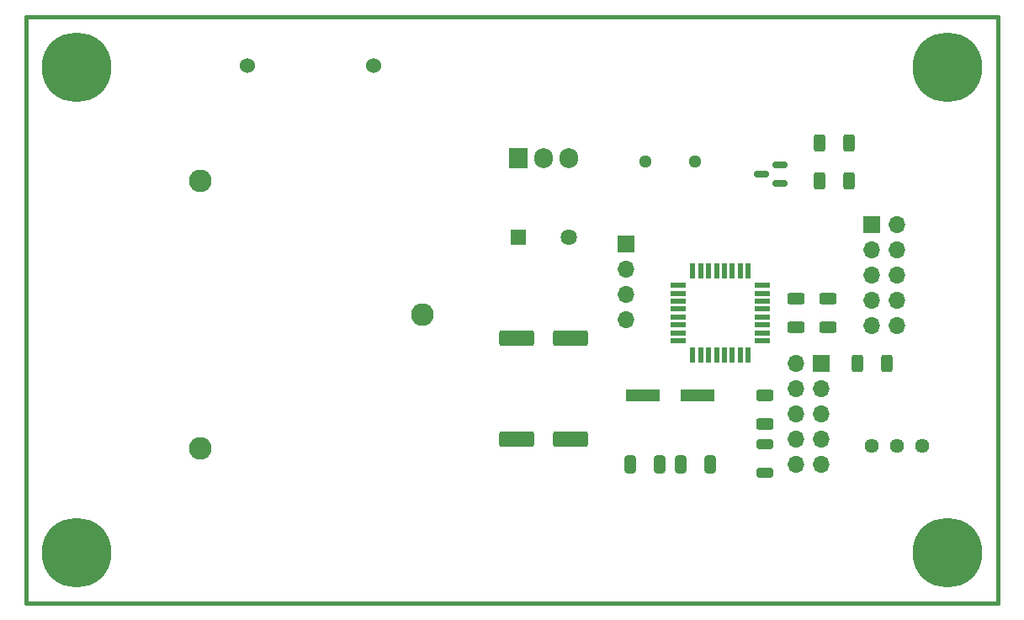
<source format=gbr>
%TF.GenerationSoftware,KiCad,Pcbnew,(6.0.7)*%
%TF.CreationDate,2022-11-01T17:15:19-06:00*%
%TF.ProjectId,BreadboarSchematic,42726561-6462-46f6-9172-536368656d61,rev?*%
%TF.SameCoordinates,Original*%
%TF.FileFunction,Soldermask,Top*%
%TF.FilePolarity,Negative*%
%FSLAX46Y46*%
G04 Gerber Fmt 4.6, Leading zero omitted, Abs format (unit mm)*
G04 Created by KiCad (PCBNEW (6.0.7)) date 2022-11-01 17:15:19*
%MOMM*%
%LPD*%
G01*
G04 APERTURE LIST*
G04 Aperture macros list*
%AMRoundRect*
0 Rectangle with rounded corners*
0 $1 Rounding radius*
0 $2 $3 $4 $5 $6 $7 $8 $9 X,Y pos of 4 corners*
0 Add a 4 corners polygon primitive as box body*
4,1,4,$2,$3,$4,$5,$6,$7,$8,$9,$2,$3,0*
0 Add four circle primitives for the rounded corners*
1,1,$1+$1,$2,$3*
1,1,$1+$1,$4,$5*
1,1,$1+$1,$6,$7*
1,1,$1+$1,$8,$9*
0 Add four rect primitives between the rounded corners*
20,1,$1+$1,$2,$3,$4,$5,0*
20,1,$1+$1,$4,$5,$6,$7,0*
20,1,$1+$1,$6,$7,$8,$9,0*
20,1,$1+$1,$8,$9,$2,$3,0*%
G04 Aperture macros list end*
%TA.AperFunction,Profile*%
%ADD10C,0.381000*%
%TD*%
%ADD11R,1.700000X1.700000*%
%ADD12O,1.700000X1.700000*%
%ADD13C,7.000000*%
%ADD14C,1.280000*%
%ADD15RoundRect,0.250000X-1.500000X-0.550000X1.500000X-0.550000X1.500000X0.550000X-1.500000X0.550000X0*%
%ADD16C,1.440000*%
%ADD17R,3.500000X1.200000*%
%ADD18RoundRect,0.250000X-0.312500X-0.625000X0.312500X-0.625000X0.312500X0.625000X-0.312500X0.625000X0*%
%ADD19RoundRect,0.250000X-0.625000X0.312500X-0.625000X-0.312500X0.625000X-0.312500X0.625000X0.312500X0*%
%ADD20RoundRect,0.150000X0.587500X0.150000X-0.587500X0.150000X-0.587500X-0.150000X0.587500X-0.150000X0*%
%ADD21R,1.905000X2.000000*%
%ADD22O,1.905000X2.000000*%
%ADD23R,1.600000X0.550000*%
%ADD24R,0.550000X1.600000*%
%ADD25RoundRect,0.166600X0.693400X-0.323400X0.693400X0.323400X-0.693400X0.323400X-0.693400X-0.323400X0*%
%ADD26RoundRect,0.250000X0.625000X-0.312500X0.625000X0.312500X-0.625000X0.312500X-0.625000X-0.312500X0*%
%ADD27RoundRect,0.250000X-0.325000X-0.650000X0.325000X-0.650000X0.325000X0.650000X-0.325000X0.650000X0*%
%ADD28R,1.635000X1.635000*%
%ADD29C,1.635000*%
%ADD30RoundRect,0.250000X0.312500X0.625000X-0.312500X0.625000X-0.312500X-0.625000X0.312500X-0.625000X0*%
%ADD31RoundRect,0.250000X0.325000X0.650000X-0.325000X0.650000X-0.325000X-0.650000X0.325000X-0.650000X0*%
%ADD32C,2.290000*%
%ADD33C,1.524000*%
G04 APERTURE END LIST*
D10*
X57150000Y-20955000D02*
X154940000Y-20955000D01*
X154940000Y-20955000D02*
X154940000Y-80010000D01*
X154940000Y-80010000D02*
X57150000Y-80010000D01*
X57150000Y-80010000D02*
X57150000Y-20955000D01*
D11*
%TO.C,J2*%
X117475000Y-43825000D03*
D12*
X117475000Y-46365000D03*
X117475000Y-48905000D03*
X117475000Y-51445000D03*
%TD*%
D13*
%TO.C,REF\u002A\u002A*%
X149860000Y-74930000D03*
%TD*%
D14*
%TO.C,LS1*%
X119420000Y-35560000D03*
X124420000Y-35560000D03*
%TD*%
D15*
%TO.C,C2*%
X106520000Y-63500000D03*
X111920000Y-63500000D03*
%TD*%
D16*
%TO.C,RV1*%
X147330000Y-64135000D03*
X144790000Y-64135000D03*
X142250000Y-64135000D03*
%TD*%
D17*
%TO.C,Y1*%
X124670000Y-59055000D03*
X119170000Y-59055000D03*
%TD*%
D18*
%TO.C,R1*%
X140777500Y-55880000D03*
X143702500Y-55880000D03*
%TD*%
D19*
%TO.C,R6*%
X131445000Y-59055000D03*
X131445000Y-61980000D03*
%TD*%
D11*
%TO.C,J1*%
X137160000Y-55880000D03*
D12*
X134620000Y-55880000D03*
X137160000Y-58420000D03*
X134620000Y-58420000D03*
X137160000Y-60960000D03*
X134620000Y-60960000D03*
X137160000Y-63500000D03*
X134620000Y-63500000D03*
X137160000Y-66040000D03*
X134620000Y-66040000D03*
%TD*%
D20*
%TO.C,Q1*%
X133017500Y-37780000D03*
X133017500Y-35880000D03*
X131142500Y-36830000D03*
%TD*%
D21*
%TO.C,U1*%
X106680000Y-35235000D03*
D22*
X109220000Y-35235000D03*
X111760000Y-35235000D03*
%TD*%
D23*
%TO.C,U2*%
X122750000Y-48000000D03*
X122750000Y-48800000D03*
X122750000Y-49600000D03*
X122750000Y-50400000D03*
X122750000Y-51200000D03*
X122750000Y-52000000D03*
X122750000Y-52800000D03*
X122750000Y-53600000D03*
D24*
X124200000Y-55050000D03*
X125000000Y-55050000D03*
X125800000Y-55050000D03*
X126600000Y-55050000D03*
X127400000Y-55050000D03*
X128200000Y-55050000D03*
X129000000Y-55050000D03*
X129800000Y-55050000D03*
D23*
X131250000Y-53600000D03*
X131250000Y-52800000D03*
X131250000Y-52000000D03*
X131250000Y-51200000D03*
X131250000Y-50400000D03*
X131250000Y-49600000D03*
X131250000Y-48800000D03*
X131250000Y-48000000D03*
D24*
X129800000Y-46550000D03*
X129000000Y-46550000D03*
X128200000Y-46550000D03*
X127400000Y-46550000D03*
X126600000Y-46550000D03*
X125800000Y-46550000D03*
X125000000Y-46550000D03*
X124200000Y-46550000D03*
%TD*%
D25*
%TO.C,D1*%
X131445000Y-66875000D03*
X131445000Y-63955000D03*
%TD*%
D26*
%TO.C,R5*%
X137795000Y-52262500D03*
X137795000Y-49337500D03*
%TD*%
D11*
%TO.C,J3*%
X142240000Y-41910000D03*
D12*
X144780000Y-41910000D03*
X142240000Y-44450000D03*
X144780000Y-44450000D03*
X142240000Y-46990000D03*
X144780000Y-46990000D03*
X142240000Y-49530000D03*
X144780000Y-49530000D03*
X142240000Y-52070000D03*
X144780000Y-52070000D03*
%TD*%
D27*
%TO.C,C3*%
X117905000Y-66040000D03*
X120855000Y-66040000D03*
%TD*%
D28*
%TO.C,SW1*%
X106680000Y-43180000D03*
D29*
X111760000Y-43180000D03*
%TD*%
D30*
%TO.C,R2*%
X139892500Y-33655000D03*
X136967500Y-33655000D03*
%TD*%
D26*
%TO.C,R4*%
X134620000Y-52262500D03*
X134620000Y-49337500D03*
%TD*%
D13*
%TO.C,REF\u002A\u002A*%
X149860000Y-26035000D03*
%TD*%
D31*
%TO.C,C4*%
X125935000Y-66040000D03*
X122985000Y-66040000D03*
%TD*%
D15*
%TO.C,C1*%
X106520000Y-53340000D03*
X111920000Y-53340000D03*
%TD*%
D13*
%TO.C,REF\u002A\u002A*%
X62230000Y-74930000D03*
%TD*%
D32*
%TO.C,BT1*%
X96985000Y-50935000D03*
X74635000Y-64425000D03*
X74635000Y-37455000D03*
D33*
X92075000Y-25855000D03*
X79375000Y-25855000D03*
%TD*%
D13*
%TO.C,REF\u002A\u002A*%
X62230000Y-26035000D03*
%TD*%
D30*
%TO.C,R3*%
X139892500Y-37465000D03*
X136967500Y-37465000D03*
%TD*%
M02*

</source>
